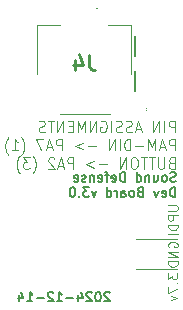
<source format=gbo>
G04 #@! TF.GenerationSoftware,KiCad,Pcbnew,8.0.1*
G04 #@! TF.CreationDate,2024-12-14T14:03:44-06:00*
G04 #@! TF.ProjectId,SD_ProtoBoard,53445f50-726f-4746-9f42-6f6172642e6b,rev?*
G04 #@! TF.SameCoordinates,Original*
G04 #@! TF.FileFunction,Legend,Bot*
G04 #@! TF.FilePolarity,Positive*
%FSLAX46Y46*%
G04 Gerber Fmt 4.6, Leading zero omitted, Abs format (unit mm)*
G04 Created by KiCad (PCBNEW 8.0.1) date 2024-12-14 14:03:44*
%MOMM*%
%LPD*%
G01*
G04 APERTURE LIST*
%ADD10C,0.100000*%
%ADD11C,0.200000*%
%ADD12C,0.125000*%
%ADD13C,0.254000*%
%ADD14C,2.500000*%
%ADD15O,1.100000X1.700000*%
%ADD16R,1.700000X1.700000*%
%ADD17O,1.700000X1.700000*%
%ADD18R,1.000000X1.200000*%
%ADD19C,0.750000*%
%ADD20R,1.000000X3.500000*%
%ADD21R,1.500000X3.400000*%
G04 APERTURE END LIST*
D10*
X146910000Y-115690000D02*
X143440000Y-115690000D01*
X146930000Y-113140000D02*
X143460000Y-113140000D01*
X146156895Y-110316265D02*
X146804514Y-110316265D01*
X146804514Y-110316265D02*
X146880704Y-110354360D01*
X146880704Y-110354360D02*
X146918800Y-110392455D01*
X146918800Y-110392455D02*
X146956895Y-110468646D01*
X146956895Y-110468646D02*
X146956895Y-110621027D01*
X146956895Y-110621027D02*
X146918800Y-110697217D01*
X146918800Y-110697217D02*
X146880704Y-110735312D01*
X146880704Y-110735312D02*
X146804514Y-110773408D01*
X146804514Y-110773408D02*
X146156895Y-110773408D01*
X146956895Y-111154360D02*
X146156895Y-111154360D01*
X146156895Y-111154360D02*
X146156895Y-111459122D01*
X146156895Y-111459122D02*
X146194990Y-111535312D01*
X146194990Y-111535312D02*
X146233085Y-111573407D01*
X146233085Y-111573407D02*
X146309276Y-111611503D01*
X146309276Y-111611503D02*
X146423561Y-111611503D01*
X146423561Y-111611503D02*
X146499752Y-111573407D01*
X146499752Y-111573407D02*
X146537847Y-111535312D01*
X146537847Y-111535312D02*
X146575942Y-111459122D01*
X146575942Y-111459122D02*
X146575942Y-111154360D01*
X146956895Y-111954360D02*
X146156895Y-111954360D01*
X146156895Y-111954360D02*
X146156895Y-112144836D01*
X146156895Y-112144836D02*
X146194990Y-112259122D01*
X146194990Y-112259122D02*
X146271180Y-112335312D01*
X146271180Y-112335312D02*
X146347371Y-112373407D01*
X146347371Y-112373407D02*
X146499752Y-112411503D01*
X146499752Y-112411503D02*
X146614038Y-112411503D01*
X146614038Y-112411503D02*
X146766419Y-112373407D01*
X146766419Y-112373407D02*
X146842609Y-112335312D01*
X146842609Y-112335312D02*
X146918800Y-112259122D01*
X146918800Y-112259122D02*
X146956895Y-112144836D01*
X146956895Y-112144836D02*
X146956895Y-111954360D01*
X146956895Y-112754360D02*
X146156895Y-112754360D01*
X146184990Y-113835312D02*
X146146895Y-113759122D01*
X146146895Y-113759122D02*
X146146895Y-113644836D01*
X146146895Y-113644836D02*
X146184990Y-113530550D01*
X146184990Y-113530550D02*
X146261180Y-113454360D01*
X146261180Y-113454360D02*
X146337371Y-113416265D01*
X146337371Y-113416265D02*
X146489752Y-113378169D01*
X146489752Y-113378169D02*
X146604038Y-113378169D01*
X146604038Y-113378169D02*
X146756419Y-113416265D01*
X146756419Y-113416265D02*
X146832609Y-113454360D01*
X146832609Y-113454360D02*
X146908800Y-113530550D01*
X146908800Y-113530550D02*
X146946895Y-113644836D01*
X146946895Y-113644836D02*
X146946895Y-113721027D01*
X146946895Y-113721027D02*
X146908800Y-113835312D01*
X146908800Y-113835312D02*
X146870704Y-113873408D01*
X146870704Y-113873408D02*
X146604038Y-113873408D01*
X146604038Y-113873408D02*
X146604038Y-113721027D01*
X146946895Y-114216265D02*
X146146895Y-114216265D01*
X146146895Y-114216265D02*
X146946895Y-114673408D01*
X146946895Y-114673408D02*
X146146895Y-114673408D01*
X146946895Y-115054360D02*
X146146895Y-115054360D01*
X146146895Y-115054360D02*
X146146895Y-115244836D01*
X146146895Y-115244836D02*
X146184990Y-115359122D01*
X146184990Y-115359122D02*
X146261180Y-115435312D01*
X146261180Y-115435312D02*
X146337371Y-115473407D01*
X146337371Y-115473407D02*
X146489752Y-115511503D01*
X146489752Y-115511503D02*
X146604038Y-115511503D01*
X146604038Y-115511503D02*
X146756419Y-115473407D01*
X146756419Y-115473407D02*
X146832609Y-115435312D01*
X146832609Y-115435312D02*
X146908800Y-115359122D01*
X146908800Y-115359122D02*
X146946895Y-115244836D01*
X146946895Y-115244836D02*
X146946895Y-115054360D01*
X146126895Y-116040074D02*
X146126895Y-116535312D01*
X146126895Y-116535312D02*
X146431657Y-116268646D01*
X146431657Y-116268646D02*
X146431657Y-116382931D01*
X146431657Y-116382931D02*
X146469752Y-116459122D01*
X146469752Y-116459122D02*
X146507847Y-116497217D01*
X146507847Y-116497217D02*
X146584038Y-116535312D01*
X146584038Y-116535312D02*
X146774514Y-116535312D01*
X146774514Y-116535312D02*
X146850704Y-116497217D01*
X146850704Y-116497217D02*
X146888800Y-116459122D01*
X146888800Y-116459122D02*
X146926895Y-116382931D01*
X146926895Y-116382931D02*
X146926895Y-116154360D01*
X146926895Y-116154360D02*
X146888800Y-116078169D01*
X146888800Y-116078169D02*
X146850704Y-116040074D01*
X146850704Y-116878170D02*
X146888800Y-116916265D01*
X146888800Y-116916265D02*
X146926895Y-116878170D01*
X146926895Y-116878170D02*
X146888800Y-116840074D01*
X146888800Y-116840074D02*
X146850704Y-116878170D01*
X146850704Y-116878170D02*
X146926895Y-116878170D01*
X146126895Y-117182931D02*
X146126895Y-117716265D01*
X146126895Y-117716265D02*
X146926895Y-117373407D01*
X146393561Y-117944836D02*
X146926895Y-118135312D01*
X146926895Y-118135312D02*
X146393561Y-118325789D01*
D11*
X141206041Y-117717885D02*
X141167945Y-117679790D01*
X141167945Y-117679790D02*
X141091755Y-117641695D01*
X141091755Y-117641695D02*
X140901279Y-117641695D01*
X140901279Y-117641695D02*
X140825088Y-117679790D01*
X140825088Y-117679790D02*
X140786993Y-117717885D01*
X140786993Y-117717885D02*
X140748898Y-117794076D01*
X140748898Y-117794076D02*
X140748898Y-117870266D01*
X140748898Y-117870266D02*
X140786993Y-117984552D01*
X140786993Y-117984552D02*
X141244136Y-118441695D01*
X141244136Y-118441695D02*
X140748898Y-118441695D01*
X140253659Y-117641695D02*
X140177469Y-117641695D01*
X140177469Y-117641695D02*
X140101278Y-117679790D01*
X140101278Y-117679790D02*
X140063183Y-117717885D01*
X140063183Y-117717885D02*
X140025088Y-117794076D01*
X140025088Y-117794076D02*
X139986993Y-117946457D01*
X139986993Y-117946457D02*
X139986993Y-118136933D01*
X139986993Y-118136933D02*
X140025088Y-118289314D01*
X140025088Y-118289314D02*
X140063183Y-118365504D01*
X140063183Y-118365504D02*
X140101278Y-118403600D01*
X140101278Y-118403600D02*
X140177469Y-118441695D01*
X140177469Y-118441695D02*
X140253659Y-118441695D01*
X140253659Y-118441695D02*
X140329850Y-118403600D01*
X140329850Y-118403600D02*
X140367945Y-118365504D01*
X140367945Y-118365504D02*
X140406040Y-118289314D01*
X140406040Y-118289314D02*
X140444136Y-118136933D01*
X140444136Y-118136933D02*
X140444136Y-117946457D01*
X140444136Y-117946457D02*
X140406040Y-117794076D01*
X140406040Y-117794076D02*
X140367945Y-117717885D01*
X140367945Y-117717885D02*
X140329850Y-117679790D01*
X140329850Y-117679790D02*
X140253659Y-117641695D01*
X139682231Y-117717885D02*
X139644135Y-117679790D01*
X139644135Y-117679790D02*
X139567945Y-117641695D01*
X139567945Y-117641695D02*
X139377469Y-117641695D01*
X139377469Y-117641695D02*
X139301278Y-117679790D01*
X139301278Y-117679790D02*
X139263183Y-117717885D01*
X139263183Y-117717885D02*
X139225088Y-117794076D01*
X139225088Y-117794076D02*
X139225088Y-117870266D01*
X139225088Y-117870266D02*
X139263183Y-117984552D01*
X139263183Y-117984552D02*
X139720326Y-118441695D01*
X139720326Y-118441695D02*
X139225088Y-118441695D01*
X138539373Y-117908361D02*
X138539373Y-118441695D01*
X138729849Y-117603600D02*
X138920326Y-118175028D01*
X138920326Y-118175028D02*
X138425087Y-118175028D01*
X138120325Y-118136933D02*
X137510802Y-118136933D01*
X136710802Y-118441695D02*
X137167945Y-118441695D01*
X136939373Y-118441695D02*
X136939373Y-117641695D01*
X136939373Y-117641695D02*
X137015564Y-117755980D01*
X137015564Y-117755980D02*
X137091754Y-117832171D01*
X137091754Y-117832171D02*
X137167945Y-117870266D01*
X136406040Y-117717885D02*
X136367944Y-117679790D01*
X136367944Y-117679790D02*
X136291754Y-117641695D01*
X136291754Y-117641695D02*
X136101278Y-117641695D01*
X136101278Y-117641695D02*
X136025087Y-117679790D01*
X136025087Y-117679790D02*
X135986992Y-117717885D01*
X135986992Y-117717885D02*
X135948897Y-117794076D01*
X135948897Y-117794076D02*
X135948897Y-117870266D01*
X135948897Y-117870266D02*
X135986992Y-117984552D01*
X135986992Y-117984552D02*
X136444135Y-118441695D01*
X136444135Y-118441695D02*
X135948897Y-118441695D01*
X135606039Y-118136933D02*
X134996516Y-118136933D01*
X134196516Y-118441695D02*
X134653659Y-118441695D01*
X134425087Y-118441695D02*
X134425087Y-117641695D01*
X134425087Y-117641695D02*
X134501278Y-117755980D01*
X134501278Y-117755980D02*
X134577468Y-117832171D01*
X134577468Y-117832171D02*
X134653659Y-117870266D01*
X133510801Y-117908361D02*
X133510801Y-118441695D01*
X133701277Y-117603600D02*
X133891754Y-118175028D01*
X133891754Y-118175028D02*
X133396515Y-118175028D01*
X146786041Y-108265645D02*
X146671755Y-108303740D01*
X146671755Y-108303740D02*
X146481279Y-108303740D01*
X146481279Y-108303740D02*
X146405088Y-108265645D01*
X146405088Y-108265645D02*
X146366993Y-108227549D01*
X146366993Y-108227549D02*
X146328898Y-108151359D01*
X146328898Y-108151359D02*
X146328898Y-108075168D01*
X146328898Y-108075168D02*
X146366993Y-107998978D01*
X146366993Y-107998978D02*
X146405088Y-107960883D01*
X146405088Y-107960883D02*
X146481279Y-107922787D01*
X146481279Y-107922787D02*
X146633660Y-107884692D01*
X146633660Y-107884692D02*
X146709850Y-107846597D01*
X146709850Y-107846597D02*
X146747945Y-107808502D01*
X146747945Y-107808502D02*
X146786041Y-107732311D01*
X146786041Y-107732311D02*
X146786041Y-107656121D01*
X146786041Y-107656121D02*
X146747945Y-107579930D01*
X146747945Y-107579930D02*
X146709850Y-107541835D01*
X146709850Y-107541835D02*
X146633660Y-107503740D01*
X146633660Y-107503740D02*
X146443183Y-107503740D01*
X146443183Y-107503740D02*
X146328898Y-107541835D01*
X145871755Y-108303740D02*
X145947945Y-108265645D01*
X145947945Y-108265645D02*
X145986040Y-108227549D01*
X145986040Y-108227549D02*
X146024136Y-108151359D01*
X146024136Y-108151359D02*
X146024136Y-107922787D01*
X146024136Y-107922787D02*
X145986040Y-107846597D01*
X145986040Y-107846597D02*
X145947945Y-107808502D01*
X145947945Y-107808502D02*
X145871755Y-107770406D01*
X145871755Y-107770406D02*
X145757469Y-107770406D01*
X145757469Y-107770406D02*
X145681278Y-107808502D01*
X145681278Y-107808502D02*
X145643183Y-107846597D01*
X145643183Y-107846597D02*
X145605088Y-107922787D01*
X145605088Y-107922787D02*
X145605088Y-108151359D01*
X145605088Y-108151359D02*
X145643183Y-108227549D01*
X145643183Y-108227549D02*
X145681278Y-108265645D01*
X145681278Y-108265645D02*
X145757469Y-108303740D01*
X145757469Y-108303740D02*
X145871755Y-108303740D01*
X144919373Y-107770406D02*
X144919373Y-108303740D01*
X145262230Y-107770406D02*
X145262230Y-108189454D01*
X145262230Y-108189454D02*
X145224135Y-108265645D01*
X145224135Y-108265645D02*
X145147945Y-108303740D01*
X145147945Y-108303740D02*
X145033659Y-108303740D01*
X145033659Y-108303740D02*
X144957468Y-108265645D01*
X144957468Y-108265645D02*
X144919373Y-108227549D01*
X144538420Y-107770406D02*
X144538420Y-108303740D01*
X144538420Y-107846597D02*
X144500325Y-107808502D01*
X144500325Y-107808502D02*
X144424135Y-107770406D01*
X144424135Y-107770406D02*
X144309849Y-107770406D01*
X144309849Y-107770406D02*
X144233658Y-107808502D01*
X144233658Y-107808502D02*
X144195563Y-107884692D01*
X144195563Y-107884692D02*
X144195563Y-108303740D01*
X143471753Y-108303740D02*
X143471753Y-107503740D01*
X143471753Y-108265645D02*
X143547944Y-108303740D01*
X143547944Y-108303740D02*
X143700325Y-108303740D01*
X143700325Y-108303740D02*
X143776515Y-108265645D01*
X143776515Y-108265645D02*
X143814610Y-108227549D01*
X143814610Y-108227549D02*
X143852706Y-108151359D01*
X143852706Y-108151359D02*
X143852706Y-107922787D01*
X143852706Y-107922787D02*
X143814610Y-107846597D01*
X143814610Y-107846597D02*
X143776515Y-107808502D01*
X143776515Y-107808502D02*
X143700325Y-107770406D01*
X143700325Y-107770406D02*
X143547944Y-107770406D01*
X143547944Y-107770406D02*
X143471753Y-107808502D01*
X142481276Y-108303740D02*
X142481276Y-107503740D01*
X142481276Y-107503740D02*
X142290800Y-107503740D01*
X142290800Y-107503740D02*
X142176514Y-107541835D01*
X142176514Y-107541835D02*
X142100324Y-107618025D01*
X142100324Y-107618025D02*
X142062229Y-107694216D01*
X142062229Y-107694216D02*
X142024133Y-107846597D01*
X142024133Y-107846597D02*
X142024133Y-107960883D01*
X142024133Y-107960883D02*
X142062229Y-108113264D01*
X142062229Y-108113264D02*
X142100324Y-108189454D01*
X142100324Y-108189454D02*
X142176514Y-108265645D01*
X142176514Y-108265645D02*
X142290800Y-108303740D01*
X142290800Y-108303740D02*
X142481276Y-108303740D01*
X141376514Y-108265645D02*
X141452705Y-108303740D01*
X141452705Y-108303740D02*
X141605086Y-108303740D01*
X141605086Y-108303740D02*
X141681276Y-108265645D01*
X141681276Y-108265645D02*
X141719372Y-108189454D01*
X141719372Y-108189454D02*
X141719372Y-107884692D01*
X141719372Y-107884692D02*
X141681276Y-107808502D01*
X141681276Y-107808502D02*
X141605086Y-107770406D01*
X141605086Y-107770406D02*
X141452705Y-107770406D01*
X141452705Y-107770406D02*
X141376514Y-107808502D01*
X141376514Y-107808502D02*
X141338419Y-107884692D01*
X141338419Y-107884692D02*
X141338419Y-107960883D01*
X141338419Y-107960883D02*
X141719372Y-108037073D01*
X141109848Y-107770406D02*
X140805086Y-107770406D01*
X140995562Y-108303740D02*
X140995562Y-107618025D01*
X140995562Y-107618025D02*
X140957467Y-107541835D01*
X140957467Y-107541835D02*
X140881277Y-107503740D01*
X140881277Y-107503740D02*
X140805086Y-107503740D01*
X140233657Y-108265645D02*
X140309848Y-108303740D01*
X140309848Y-108303740D02*
X140462229Y-108303740D01*
X140462229Y-108303740D02*
X140538419Y-108265645D01*
X140538419Y-108265645D02*
X140576515Y-108189454D01*
X140576515Y-108189454D02*
X140576515Y-107884692D01*
X140576515Y-107884692D02*
X140538419Y-107808502D01*
X140538419Y-107808502D02*
X140462229Y-107770406D01*
X140462229Y-107770406D02*
X140309848Y-107770406D01*
X140309848Y-107770406D02*
X140233657Y-107808502D01*
X140233657Y-107808502D02*
X140195562Y-107884692D01*
X140195562Y-107884692D02*
X140195562Y-107960883D01*
X140195562Y-107960883D02*
X140576515Y-108037073D01*
X139852705Y-107770406D02*
X139852705Y-108303740D01*
X139852705Y-107846597D02*
X139814610Y-107808502D01*
X139814610Y-107808502D02*
X139738420Y-107770406D01*
X139738420Y-107770406D02*
X139624134Y-107770406D01*
X139624134Y-107770406D02*
X139547943Y-107808502D01*
X139547943Y-107808502D02*
X139509848Y-107884692D01*
X139509848Y-107884692D02*
X139509848Y-108303740D01*
X139166991Y-108265645D02*
X139090800Y-108303740D01*
X139090800Y-108303740D02*
X138938419Y-108303740D01*
X138938419Y-108303740D02*
X138862229Y-108265645D01*
X138862229Y-108265645D02*
X138824133Y-108189454D01*
X138824133Y-108189454D02*
X138824133Y-108151359D01*
X138824133Y-108151359D02*
X138862229Y-108075168D01*
X138862229Y-108075168D02*
X138938419Y-108037073D01*
X138938419Y-108037073D02*
X139052705Y-108037073D01*
X139052705Y-108037073D02*
X139128895Y-107998978D01*
X139128895Y-107998978D02*
X139166991Y-107922787D01*
X139166991Y-107922787D02*
X139166991Y-107884692D01*
X139166991Y-107884692D02*
X139128895Y-107808502D01*
X139128895Y-107808502D02*
X139052705Y-107770406D01*
X139052705Y-107770406D02*
X138938419Y-107770406D01*
X138938419Y-107770406D02*
X138862229Y-107808502D01*
X138176514Y-108265645D02*
X138252705Y-108303740D01*
X138252705Y-108303740D02*
X138405086Y-108303740D01*
X138405086Y-108303740D02*
X138481276Y-108265645D01*
X138481276Y-108265645D02*
X138519372Y-108189454D01*
X138519372Y-108189454D02*
X138519372Y-107884692D01*
X138519372Y-107884692D02*
X138481276Y-107808502D01*
X138481276Y-107808502D02*
X138405086Y-107770406D01*
X138405086Y-107770406D02*
X138252705Y-107770406D01*
X138252705Y-107770406D02*
X138176514Y-107808502D01*
X138176514Y-107808502D02*
X138138419Y-107884692D01*
X138138419Y-107884692D02*
X138138419Y-107960883D01*
X138138419Y-107960883D02*
X138519372Y-108037073D01*
X146747945Y-109591695D02*
X146747945Y-108791695D01*
X146747945Y-108791695D02*
X146557469Y-108791695D01*
X146557469Y-108791695D02*
X146443183Y-108829790D01*
X146443183Y-108829790D02*
X146366993Y-108905980D01*
X146366993Y-108905980D02*
X146328898Y-108982171D01*
X146328898Y-108982171D02*
X146290802Y-109134552D01*
X146290802Y-109134552D02*
X146290802Y-109248838D01*
X146290802Y-109248838D02*
X146328898Y-109401219D01*
X146328898Y-109401219D02*
X146366993Y-109477409D01*
X146366993Y-109477409D02*
X146443183Y-109553600D01*
X146443183Y-109553600D02*
X146557469Y-109591695D01*
X146557469Y-109591695D02*
X146747945Y-109591695D01*
X145643183Y-109553600D02*
X145719374Y-109591695D01*
X145719374Y-109591695D02*
X145871755Y-109591695D01*
X145871755Y-109591695D02*
X145947945Y-109553600D01*
X145947945Y-109553600D02*
X145986041Y-109477409D01*
X145986041Y-109477409D02*
X145986041Y-109172647D01*
X145986041Y-109172647D02*
X145947945Y-109096457D01*
X145947945Y-109096457D02*
X145871755Y-109058361D01*
X145871755Y-109058361D02*
X145719374Y-109058361D01*
X145719374Y-109058361D02*
X145643183Y-109096457D01*
X145643183Y-109096457D02*
X145605088Y-109172647D01*
X145605088Y-109172647D02*
X145605088Y-109248838D01*
X145605088Y-109248838D02*
X145986041Y-109325028D01*
X145338422Y-109058361D02*
X145147946Y-109591695D01*
X145147946Y-109591695D02*
X144957469Y-109058361D01*
X143776517Y-109172647D02*
X143662231Y-109210742D01*
X143662231Y-109210742D02*
X143624136Y-109248838D01*
X143624136Y-109248838D02*
X143586040Y-109325028D01*
X143586040Y-109325028D02*
X143586040Y-109439314D01*
X143586040Y-109439314D02*
X143624136Y-109515504D01*
X143624136Y-109515504D02*
X143662231Y-109553600D01*
X143662231Y-109553600D02*
X143738421Y-109591695D01*
X143738421Y-109591695D02*
X144043183Y-109591695D01*
X144043183Y-109591695D02*
X144043183Y-108791695D01*
X144043183Y-108791695D02*
X143776517Y-108791695D01*
X143776517Y-108791695D02*
X143700326Y-108829790D01*
X143700326Y-108829790D02*
X143662231Y-108867885D01*
X143662231Y-108867885D02*
X143624136Y-108944076D01*
X143624136Y-108944076D02*
X143624136Y-109020266D01*
X143624136Y-109020266D02*
X143662231Y-109096457D01*
X143662231Y-109096457D02*
X143700326Y-109134552D01*
X143700326Y-109134552D02*
X143776517Y-109172647D01*
X143776517Y-109172647D02*
X144043183Y-109172647D01*
X143128898Y-109591695D02*
X143205088Y-109553600D01*
X143205088Y-109553600D02*
X143243183Y-109515504D01*
X143243183Y-109515504D02*
X143281279Y-109439314D01*
X143281279Y-109439314D02*
X143281279Y-109210742D01*
X143281279Y-109210742D02*
X143243183Y-109134552D01*
X143243183Y-109134552D02*
X143205088Y-109096457D01*
X143205088Y-109096457D02*
X143128898Y-109058361D01*
X143128898Y-109058361D02*
X143014612Y-109058361D01*
X143014612Y-109058361D02*
X142938421Y-109096457D01*
X142938421Y-109096457D02*
X142900326Y-109134552D01*
X142900326Y-109134552D02*
X142862231Y-109210742D01*
X142862231Y-109210742D02*
X142862231Y-109439314D01*
X142862231Y-109439314D02*
X142900326Y-109515504D01*
X142900326Y-109515504D02*
X142938421Y-109553600D01*
X142938421Y-109553600D02*
X143014612Y-109591695D01*
X143014612Y-109591695D02*
X143128898Y-109591695D01*
X142176516Y-109591695D02*
X142176516Y-109172647D01*
X142176516Y-109172647D02*
X142214611Y-109096457D01*
X142214611Y-109096457D02*
X142290802Y-109058361D01*
X142290802Y-109058361D02*
X142443183Y-109058361D01*
X142443183Y-109058361D02*
X142519373Y-109096457D01*
X142176516Y-109553600D02*
X142252707Y-109591695D01*
X142252707Y-109591695D02*
X142443183Y-109591695D01*
X142443183Y-109591695D02*
X142519373Y-109553600D01*
X142519373Y-109553600D02*
X142557469Y-109477409D01*
X142557469Y-109477409D02*
X142557469Y-109401219D01*
X142557469Y-109401219D02*
X142519373Y-109325028D01*
X142519373Y-109325028D02*
X142443183Y-109286933D01*
X142443183Y-109286933D02*
X142252707Y-109286933D01*
X142252707Y-109286933D02*
X142176516Y-109248838D01*
X141795563Y-109591695D02*
X141795563Y-109058361D01*
X141795563Y-109210742D02*
X141757468Y-109134552D01*
X141757468Y-109134552D02*
X141719373Y-109096457D01*
X141719373Y-109096457D02*
X141643182Y-109058361D01*
X141643182Y-109058361D02*
X141566992Y-109058361D01*
X140957468Y-109591695D02*
X140957468Y-108791695D01*
X140957468Y-109553600D02*
X141033659Y-109591695D01*
X141033659Y-109591695D02*
X141186040Y-109591695D01*
X141186040Y-109591695D02*
X141262230Y-109553600D01*
X141262230Y-109553600D02*
X141300325Y-109515504D01*
X141300325Y-109515504D02*
X141338421Y-109439314D01*
X141338421Y-109439314D02*
X141338421Y-109210742D01*
X141338421Y-109210742D02*
X141300325Y-109134552D01*
X141300325Y-109134552D02*
X141262230Y-109096457D01*
X141262230Y-109096457D02*
X141186040Y-109058361D01*
X141186040Y-109058361D02*
X141033659Y-109058361D01*
X141033659Y-109058361D02*
X140957468Y-109096457D01*
X140043182Y-109058361D02*
X139852706Y-109591695D01*
X139852706Y-109591695D02*
X139662229Y-109058361D01*
X139433658Y-108791695D02*
X138938420Y-108791695D01*
X138938420Y-108791695D02*
X139205086Y-109096457D01*
X139205086Y-109096457D02*
X139090801Y-109096457D01*
X139090801Y-109096457D02*
X139014610Y-109134552D01*
X139014610Y-109134552D02*
X138976515Y-109172647D01*
X138976515Y-109172647D02*
X138938420Y-109248838D01*
X138938420Y-109248838D02*
X138938420Y-109439314D01*
X138938420Y-109439314D02*
X138976515Y-109515504D01*
X138976515Y-109515504D02*
X139014610Y-109553600D01*
X139014610Y-109553600D02*
X139090801Y-109591695D01*
X139090801Y-109591695D02*
X139319372Y-109591695D01*
X139319372Y-109591695D02*
X139395563Y-109553600D01*
X139395563Y-109553600D02*
X139433658Y-109515504D01*
X138595562Y-109515504D02*
X138557467Y-109553600D01*
X138557467Y-109553600D02*
X138595562Y-109591695D01*
X138595562Y-109591695D02*
X138633658Y-109553600D01*
X138633658Y-109553600D02*
X138595562Y-109515504D01*
X138595562Y-109515504D02*
X138595562Y-109591695D01*
X138062229Y-108791695D02*
X137986039Y-108791695D01*
X137986039Y-108791695D02*
X137909848Y-108829790D01*
X137909848Y-108829790D02*
X137871753Y-108867885D01*
X137871753Y-108867885D02*
X137833658Y-108944076D01*
X137833658Y-108944076D02*
X137795563Y-109096457D01*
X137795563Y-109096457D02*
X137795563Y-109286933D01*
X137795563Y-109286933D02*
X137833658Y-109439314D01*
X137833658Y-109439314D02*
X137871753Y-109515504D01*
X137871753Y-109515504D02*
X137909848Y-109553600D01*
X137909848Y-109553600D02*
X137986039Y-109591695D01*
X137986039Y-109591695D02*
X138062229Y-109591695D01*
X138062229Y-109591695D02*
X138138420Y-109553600D01*
X138138420Y-109553600D02*
X138176515Y-109515504D01*
X138176515Y-109515504D02*
X138214610Y-109439314D01*
X138214610Y-109439314D02*
X138252706Y-109286933D01*
X138252706Y-109286933D02*
X138252706Y-109096457D01*
X138252706Y-109096457D02*
X138214610Y-108944076D01*
X138214610Y-108944076D02*
X138176515Y-108867885D01*
X138176515Y-108867885D02*
X138138420Y-108829790D01*
X138138420Y-108829790D02*
X138062229Y-108791695D01*
D12*
X146686097Y-104107541D02*
X146686097Y-103142341D01*
X146686097Y-103142341D02*
X146347430Y-103142341D01*
X146347430Y-103142341D02*
X146262764Y-103188303D01*
X146262764Y-103188303D02*
X146220430Y-103234265D01*
X146220430Y-103234265D02*
X146178097Y-103326189D01*
X146178097Y-103326189D02*
X146178097Y-103464075D01*
X146178097Y-103464075D02*
X146220430Y-103555999D01*
X146220430Y-103555999D02*
X146262764Y-103601960D01*
X146262764Y-103601960D02*
X146347430Y-103647922D01*
X146347430Y-103647922D02*
X146686097Y-103647922D01*
X145797097Y-104107541D02*
X145797097Y-103142341D01*
X145373764Y-104107541D02*
X145373764Y-103142341D01*
X145373764Y-103142341D02*
X144865764Y-104107541D01*
X144865764Y-104107541D02*
X144865764Y-103142341D01*
X143807431Y-103831770D02*
X143384098Y-103831770D01*
X143892098Y-104107541D02*
X143595765Y-103142341D01*
X143595765Y-103142341D02*
X143299431Y-104107541D01*
X143045431Y-104061580D02*
X142918431Y-104107541D01*
X142918431Y-104107541D02*
X142706765Y-104107541D01*
X142706765Y-104107541D02*
X142622098Y-104061580D01*
X142622098Y-104061580D02*
X142579765Y-104015618D01*
X142579765Y-104015618D02*
X142537431Y-103923694D01*
X142537431Y-103923694D02*
X142537431Y-103831770D01*
X142537431Y-103831770D02*
X142579765Y-103739846D01*
X142579765Y-103739846D02*
X142622098Y-103693884D01*
X142622098Y-103693884D02*
X142706765Y-103647922D01*
X142706765Y-103647922D02*
X142876098Y-103601960D01*
X142876098Y-103601960D02*
X142960765Y-103555999D01*
X142960765Y-103555999D02*
X143003098Y-103510037D01*
X143003098Y-103510037D02*
X143045431Y-103418113D01*
X143045431Y-103418113D02*
X143045431Y-103326189D01*
X143045431Y-103326189D02*
X143003098Y-103234265D01*
X143003098Y-103234265D02*
X142960765Y-103188303D01*
X142960765Y-103188303D02*
X142876098Y-103142341D01*
X142876098Y-103142341D02*
X142664431Y-103142341D01*
X142664431Y-103142341D02*
X142537431Y-103188303D01*
X142198764Y-104061580D02*
X142071764Y-104107541D01*
X142071764Y-104107541D02*
X141860098Y-104107541D01*
X141860098Y-104107541D02*
X141775431Y-104061580D01*
X141775431Y-104061580D02*
X141733098Y-104015618D01*
X141733098Y-104015618D02*
X141690764Y-103923694D01*
X141690764Y-103923694D02*
X141690764Y-103831770D01*
X141690764Y-103831770D02*
X141733098Y-103739846D01*
X141733098Y-103739846D02*
X141775431Y-103693884D01*
X141775431Y-103693884D02*
X141860098Y-103647922D01*
X141860098Y-103647922D02*
X142029431Y-103601960D01*
X142029431Y-103601960D02*
X142114098Y-103555999D01*
X142114098Y-103555999D02*
X142156431Y-103510037D01*
X142156431Y-103510037D02*
X142198764Y-103418113D01*
X142198764Y-103418113D02*
X142198764Y-103326189D01*
X142198764Y-103326189D02*
X142156431Y-103234265D01*
X142156431Y-103234265D02*
X142114098Y-103188303D01*
X142114098Y-103188303D02*
X142029431Y-103142341D01*
X142029431Y-103142341D02*
X141817764Y-103142341D01*
X141817764Y-103142341D02*
X141690764Y-103188303D01*
X141309764Y-104107541D02*
X141309764Y-103142341D01*
X140420764Y-103188303D02*
X140505431Y-103142341D01*
X140505431Y-103142341D02*
X140632431Y-103142341D01*
X140632431Y-103142341D02*
X140759431Y-103188303D01*
X140759431Y-103188303D02*
X140844098Y-103280227D01*
X140844098Y-103280227D02*
X140886431Y-103372151D01*
X140886431Y-103372151D02*
X140928764Y-103555999D01*
X140928764Y-103555999D02*
X140928764Y-103693884D01*
X140928764Y-103693884D02*
X140886431Y-103877732D01*
X140886431Y-103877732D02*
X140844098Y-103969656D01*
X140844098Y-103969656D02*
X140759431Y-104061580D01*
X140759431Y-104061580D02*
X140632431Y-104107541D01*
X140632431Y-104107541D02*
X140547764Y-104107541D01*
X140547764Y-104107541D02*
X140420764Y-104061580D01*
X140420764Y-104061580D02*
X140378431Y-104015618D01*
X140378431Y-104015618D02*
X140378431Y-103693884D01*
X140378431Y-103693884D02*
X140547764Y-103693884D01*
X139997431Y-104107541D02*
X139997431Y-103142341D01*
X139997431Y-103142341D02*
X139489431Y-104107541D01*
X139489431Y-104107541D02*
X139489431Y-103142341D01*
X139066098Y-104107541D02*
X139066098Y-103142341D01*
X139066098Y-103142341D02*
X138769765Y-103831770D01*
X138769765Y-103831770D02*
X138473431Y-103142341D01*
X138473431Y-103142341D02*
X138473431Y-104107541D01*
X138050098Y-103601960D02*
X137753765Y-103601960D01*
X137626765Y-104107541D02*
X138050098Y-104107541D01*
X138050098Y-104107541D02*
X138050098Y-103142341D01*
X138050098Y-103142341D02*
X137626765Y-103142341D01*
X137245765Y-104107541D02*
X137245765Y-103142341D01*
X137245765Y-103142341D02*
X136737765Y-104107541D01*
X136737765Y-104107541D02*
X136737765Y-103142341D01*
X136441432Y-103142341D02*
X135933432Y-103142341D01*
X136187432Y-104107541D02*
X136187432Y-103142341D01*
X135679432Y-104061580D02*
X135552432Y-104107541D01*
X135552432Y-104107541D02*
X135340766Y-104107541D01*
X135340766Y-104107541D02*
X135256099Y-104061580D01*
X135256099Y-104061580D02*
X135213766Y-104015618D01*
X135213766Y-104015618D02*
X135171432Y-103923694D01*
X135171432Y-103923694D02*
X135171432Y-103831770D01*
X135171432Y-103831770D02*
X135213766Y-103739846D01*
X135213766Y-103739846D02*
X135256099Y-103693884D01*
X135256099Y-103693884D02*
X135340766Y-103647922D01*
X135340766Y-103647922D02*
X135510099Y-103601960D01*
X135510099Y-103601960D02*
X135594766Y-103555999D01*
X135594766Y-103555999D02*
X135637099Y-103510037D01*
X135637099Y-103510037D02*
X135679432Y-103418113D01*
X135679432Y-103418113D02*
X135679432Y-103326189D01*
X135679432Y-103326189D02*
X135637099Y-103234265D01*
X135637099Y-103234265D02*
X135594766Y-103188303D01*
X135594766Y-103188303D02*
X135510099Y-103142341D01*
X135510099Y-103142341D02*
X135298432Y-103142341D01*
X135298432Y-103142341D02*
X135171432Y-103188303D01*
X146686097Y-105661459D02*
X146686097Y-104696259D01*
X146686097Y-104696259D02*
X146347430Y-104696259D01*
X146347430Y-104696259D02*
X146262764Y-104742221D01*
X146262764Y-104742221D02*
X146220430Y-104788183D01*
X146220430Y-104788183D02*
X146178097Y-104880107D01*
X146178097Y-104880107D02*
X146178097Y-105017993D01*
X146178097Y-105017993D02*
X146220430Y-105109917D01*
X146220430Y-105109917D02*
X146262764Y-105155878D01*
X146262764Y-105155878D02*
X146347430Y-105201840D01*
X146347430Y-105201840D02*
X146686097Y-105201840D01*
X145839430Y-105385688D02*
X145416097Y-105385688D01*
X145924097Y-105661459D02*
X145627764Y-104696259D01*
X145627764Y-104696259D02*
X145331430Y-105661459D01*
X145035097Y-105661459D02*
X145035097Y-104696259D01*
X145035097Y-104696259D02*
X144738764Y-105385688D01*
X144738764Y-105385688D02*
X144442430Y-104696259D01*
X144442430Y-104696259D02*
X144442430Y-105661459D01*
X144019097Y-105293764D02*
X143341764Y-105293764D01*
X142918430Y-105661459D02*
X142918430Y-104696259D01*
X142918430Y-104696259D02*
X142706763Y-104696259D01*
X142706763Y-104696259D02*
X142579763Y-104742221D01*
X142579763Y-104742221D02*
X142495097Y-104834145D01*
X142495097Y-104834145D02*
X142452763Y-104926069D01*
X142452763Y-104926069D02*
X142410430Y-105109917D01*
X142410430Y-105109917D02*
X142410430Y-105247802D01*
X142410430Y-105247802D02*
X142452763Y-105431650D01*
X142452763Y-105431650D02*
X142495097Y-105523574D01*
X142495097Y-105523574D02*
X142579763Y-105615498D01*
X142579763Y-105615498D02*
X142706763Y-105661459D01*
X142706763Y-105661459D02*
X142918430Y-105661459D01*
X142029430Y-105661459D02*
X142029430Y-104696259D01*
X141606097Y-105661459D02*
X141606097Y-104696259D01*
X141606097Y-104696259D02*
X141098097Y-105661459D01*
X141098097Y-105661459D02*
X141098097Y-104696259D01*
X139997431Y-105293764D02*
X139320098Y-105293764D01*
X138896764Y-105017993D02*
X138219431Y-105293764D01*
X138219431Y-105293764D02*
X138896764Y-105569536D01*
X137118764Y-105661459D02*
X137118764Y-104696259D01*
X137118764Y-104696259D02*
X136780097Y-104696259D01*
X136780097Y-104696259D02*
X136695431Y-104742221D01*
X136695431Y-104742221D02*
X136653097Y-104788183D01*
X136653097Y-104788183D02*
X136610764Y-104880107D01*
X136610764Y-104880107D02*
X136610764Y-105017993D01*
X136610764Y-105017993D02*
X136653097Y-105109917D01*
X136653097Y-105109917D02*
X136695431Y-105155878D01*
X136695431Y-105155878D02*
X136780097Y-105201840D01*
X136780097Y-105201840D02*
X137118764Y-105201840D01*
X136272097Y-105385688D02*
X135848764Y-105385688D01*
X136356764Y-105661459D02*
X136060431Y-104696259D01*
X136060431Y-104696259D02*
X135764097Y-105661459D01*
X135552431Y-104696259D02*
X134959764Y-104696259D01*
X134959764Y-104696259D02*
X135340764Y-105661459D01*
X133689764Y-106029155D02*
X133732097Y-105983193D01*
X133732097Y-105983193D02*
X133816764Y-105845307D01*
X133816764Y-105845307D02*
X133859097Y-105753383D01*
X133859097Y-105753383D02*
X133901431Y-105615498D01*
X133901431Y-105615498D02*
X133943764Y-105385688D01*
X133943764Y-105385688D02*
X133943764Y-105201840D01*
X133943764Y-105201840D02*
X133901431Y-104972031D01*
X133901431Y-104972031D02*
X133859097Y-104834145D01*
X133859097Y-104834145D02*
X133816764Y-104742221D01*
X133816764Y-104742221D02*
X133732097Y-104604336D01*
X133732097Y-104604336D02*
X133689764Y-104558374D01*
X132885430Y-105661459D02*
X133393430Y-105661459D01*
X133139430Y-105661459D02*
X133139430Y-104696259D01*
X133139430Y-104696259D02*
X133224097Y-104834145D01*
X133224097Y-104834145D02*
X133308764Y-104926069D01*
X133308764Y-104926069D02*
X133393430Y-104972031D01*
X132589097Y-106029155D02*
X132546763Y-105983193D01*
X132546763Y-105983193D02*
X132462097Y-105845307D01*
X132462097Y-105845307D02*
X132419763Y-105753383D01*
X132419763Y-105753383D02*
X132377430Y-105615498D01*
X132377430Y-105615498D02*
X132335097Y-105385688D01*
X132335097Y-105385688D02*
X132335097Y-105201840D01*
X132335097Y-105201840D02*
X132377430Y-104972031D01*
X132377430Y-104972031D02*
X132419763Y-104834145D01*
X132419763Y-104834145D02*
X132462097Y-104742221D01*
X132462097Y-104742221D02*
X132546763Y-104604336D01*
X132546763Y-104604336D02*
X132589097Y-104558374D01*
X146389764Y-106709796D02*
X146262764Y-106755758D01*
X146262764Y-106755758D02*
X146220430Y-106801720D01*
X146220430Y-106801720D02*
X146178097Y-106893644D01*
X146178097Y-106893644D02*
X146178097Y-107031530D01*
X146178097Y-107031530D02*
X146220430Y-107123454D01*
X146220430Y-107123454D02*
X146262764Y-107169416D01*
X146262764Y-107169416D02*
X146347430Y-107215377D01*
X146347430Y-107215377D02*
X146686097Y-107215377D01*
X146686097Y-107215377D02*
X146686097Y-106250177D01*
X146686097Y-106250177D02*
X146389764Y-106250177D01*
X146389764Y-106250177D02*
X146305097Y-106296139D01*
X146305097Y-106296139D02*
X146262764Y-106342101D01*
X146262764Y-106342101D02*
X146220430Y-106434025D01*
X146220430Y-106434025D02*
X146220430Y-106525949D01*
X146220430Y-106525949D02*
X146262764Y-106617873D01*
X146262764Y-106617873D02*
X146305097Y-106663835D01*
X146305097Y-106663835D02*
X146389764Y-106709796D01*
X146389764Y-106709796D02*
X146686097Y-106709796D01*
X145797097Y-106250177D02*
X145797097Y-107031530D01*
X145797097Y-107031530D02*
X145754764Y-107123454D01*
X145754764Y-107123454D02*
X145712430Y-107169416D01*
X145712430Y-107169416D02*
X145627764Y-107215377D01*
X145627764Y-107215377D02*
X145458430Y-107215377D01*
X145458430Y-107215377D02*
X145373764Y-107169416D01*
X145373764Y-107169416D02*
X145331430Y-107123454D01*
X145331430Y-107123454D02*
X145289097Y-107031530D01*
X145289097Y-107031530D02*
X145289097Y-106250177D01*
X144992764Y-106250177D02*
X144484764Y-106250177D01*
X144738764Y-107215377D02*
X144738764Y-106250177D01*
X144315431Y-106250177D02*
X143807431Y-106250177D01*
X144061431Y-107215377D02*
X144061431Y-106250177D01*
X143341765Y-106250177D02*
X143172431Y-106250177D01*
X143172431Y-106250177D02*
X143087765Y-106296139D01*
X143087765Y-106296139D02*
X143003098Y-106388063D01*
X143003098Y-106388063D02*
X142960765Y-106571911D01*
X142960765Y-106571911D02*
X142960765Y-106893644D01*
X142960765Y-106893644D02*
X143003098Y-107077492D01*
X143003098Y-107077492D02*
X143087765Y-107169416D01*
X143087765Y-107169416D02*
X143172431Y-107215377D01*
X143172431Y-107215377D02*
X143341765Y-107215377D01*
X143341765Y-107215377D02*
X143426431Y-107169416D01*
X143426431Y-107169416D02*
X143511098Y-107077492D01*
X143511098Y-107077492D02*
X143553431Y-106893644D01*
X143553431Y-106893644D02*
X143553431Y-106571911D01*
X143553431Y-106571911D02*
X143511098Y-106388063D01*
X143511098Y-106388063D02*
X143426431Y-106296139D01*
X143426431Y-106296139D02*
X143341765Y-106250177D01*
X142579765Y-107215377D02*
X142579765Y-106250177D01*
X142579765Y-106250177D02*
X142071765Y-107215377D01*
X142071765Y-107215377D02*
X142071765Y-106250177D01*
X140971099Y-106847682D02*
X140293766Y-106847682D01*
X139870432Y-106571911D02*
X139193099Y-106847682D01*
X139193099Y-106847682D02*
X139870432Y-107123454D01*
X138092432Y-107215377D02*
X138092432Y-106250177D01*
X138092432Y-106250177D02*
X137753765Y-106250177D01*
X137753765Y-106250177D02*
X137669099Y-106296139D01*
X137669099Y-106296139D02*
X137626765Y-106342101D01*
X137626765Y-106342101D02*
X137584432Y-106434025D01*
X137584432Y-106434025D02*
X137584432Y-106571911D01*
X137584432Y-106571911D02*
X137626765Y-106663835D01*
X137626765Y-106663835D02*
X137669099Y-106709796D01*
X137669099Y-106709796D02*
X137753765Y-106755758D01*
X137753765Y-106755758D02*
X138092432Y-106755758D01*
X137245765Y-106939606D02*
X136822432Y-106939606D01*
X137330432Y-107215377D02*
X137034099Y-106250177D01*
X137034099Y-106250177D02*
X136737765Y-107215377D01*
X136483765Y-106342101D02*
X136441432Y-106296139D01*
X136441432Y-106296139D02*
X136356765Y-106250177D01*
X136356765Y-106250177D02*
X136145099Y-106250177D01*
X136145099Y-106250177D02*
X136060432Y-106296139D01*
X136060432Y-106296139D02*
X136018099Y-106342101D01*
X136018099Y-106342101D02*
X135975765Y-106434025D01*
X135975765Y-106434025D02*
X135975765Y-106525949D01*
X135975765Y-106525949D02*
X136018099Y-106663835D01*
X136018099Y-106663835D02*
X136526099Y-107215377D01*
X136526099Y-107215377D02*
X135975765Y-107215377D01*
X134663432Y-107583073D02*
X134705765Y-107537111D01*
X134705765Y-107537111D02*
X134790432Y-107399225D01*
X134790432Y-107399225D02*
X134832765Y-107307301D01*
X134832765Y-107307301D02*
X134875099Y-107169416D01*
X134875099Y-107169416D02*
X134917432Y-106939606D01*
X134917432Y-106939606D02*
X134917432Y-106755758D01*
X134917432Y-106755758D02*
X134875099Y-106525949D01*
X134875099Y-106525949D02*
X134832765Y-106388063D01*
X134832765Y-106388063D02*
X134790432Y-106296139D01*
X134790432Y-106296139D02*
X134705765Y-106158254D01*
X134705765Y-106158254D02*
X134663432Y-106112292D01*
X134409432Y-106250177D02*
X133859098Y-106250177D01*
X133859098Y-106250177D02*
X134155432Y-106617873D01*
X134155432Y-106617873D02*
X134028432Y-106617873D01*
X134028432Y-106617873D02*
X133943765Y-106663835D01*
X133943765Y-106663835D02*
X133901432Y-106709796D01*
X133901432Y-106709796D02*
X133859098Y-106801720D01*
X133859098Y-106801720D02*
X133859098Y-107031530D01*
X133859098Y-107031530D02*
X133901432Y-107123454D01*
X133901432Y-107123454D02*
X133943765Y-107169416D01*
X133943765Y-107169416D02*
X134028432Y-107215377D01*
X134028432Y-107215377D02*
X134282432Y-107215377D01*
X134282432Y-107215377D02*
X134367098Y-107169416D01*
X134367098Y-107169416D02*
X134409432Y-107123454D01*
X133562765Y-107583073D02*
X133520431Y-107537111D01*
X133520431Y-107537111D02*
X133435765Y-107399225D01*
X133435765Y-107399225D02*
X133393431Y-107307301D01*
X133393431Y-107307301D02*
X133351098Y-107169416D01*
X133351098Y-107169416D02*
X133308765Y-106939606D01*
X133308765Y-106939606D02*
X133308765Y-106755758D01*
X133308765Y-106755758D02*
X133351098Y-106525949D01*
X133351098Y-106525949D02*
X133393431Y-106388063D01*
X133393431Y-106388063D02*
X133435765Y-106296139D01*
X133435765Y-106296139D02*
X133520431Y-106158254D01*
X133520431Y-106158254D02*
X133562765Y-106112292D01*
D13*
X139433332Y-97589318D02*
X139433332Y-98496461D01*
X139433332Y-98496461D02*
X139493809Y-98677889D01*
X139493809Y-98677889D02*
X139614761Y-98798842D01*
X139614761Y-98798842D02*
X139796190Y-98859318D01*
X139796190Y-98859318D02*
X139917142Y-98859318D01*
X138284285Y-98012651D02*
X138284285Y-98859318D01*
X138586666Y-97528842D02*
X138889047Y-98435984D01*
X138889047Y-98435984D02*
X138102856Y-98435984D01*
D10*
G04 #@! TO.C,S1*
X144270000Y-102100000D02*
G75*
G02*
X144270000Y-102200000I0J-50000D01*
G01*
X144270000Y-102200000D02*
G75*
G02*
X144270000Y-102100000I0J50000D01*
G01*
D11*
X143370000Y-100650000D02*
X143370000Y-98900000D01*
X143370000Y-97700000D02*
X143370000Y-95950000D01*
D10*
X144270000Y-102200000D02*
X144270000Y-102200000D01*
X144270000Y-102100000D02*
X144270000Y-102100000D01*
G04 #@! TO.C,J4*
X135060000Y-99210000D02*
X135060000Y-95010000D01*
X135060000Y-95010000D02*
X137010000Y-95010000D01*
X140010000Y-93610000D02*
X140010000Y-93610000D01*
X140110000Y-93610000D02*
X140110000Y-93610000D01*
X137010000Y-102610000D02*
X141210000Y-102610000D01*
X142960000Y-95010000D02*
X142960000Y-99210000D01*
X141010000Y-95010000D02*
X142960000Y-95010000D01*
X140110000Y-93610000D02*
G75*
G02*
X140010000Y-93610000I-50000J0D01*
G01*
X140010000Y-93610000D02*
G75*
G02*
X140110000Y-93610000I50000J0D01*
G01*
G04 #@! TD*
%LPC*%
D14*
G04 #@! TO.C,X1*
X135870000Y-93350000D03*
X143370000Y-93350000D03*
G04 #@! TD*
D15*
G04 #@! TO.C,J3*
X133270000Y-112530000D03*
X133270000Y-116330000D03*
X141910000Y-112530000D03*
X141910000Y-116330000D03*
G04 #@! TD*
D16*
G04 #@! TO.C,J1*
X145080000Y-116940000D03*
D17*
X145080000Y-114400000D03*
X145080000Y-111860000D03*
G04 #@! TD*
D18*
G04 #@! TO.C,S1*
X145970000Y-95500000D03*
X144270000Y-95500000D03*
X145970000Y-101100000D03*
X144270000Y-101100000D03*
D19*
X146495000Y-98300000D03*
X143745000Y-98300000D03*
G04 #@! TD*
D20*
G04 #@! TO.C,J4*
X140010000Y-95560000D03*
X138010000Y-95560000D03*
D21*
X142360000Y-101310000D03*
X135660000Y-101310000D03*
G04 #@! TD*
%LPD*%
M02*

</source>
